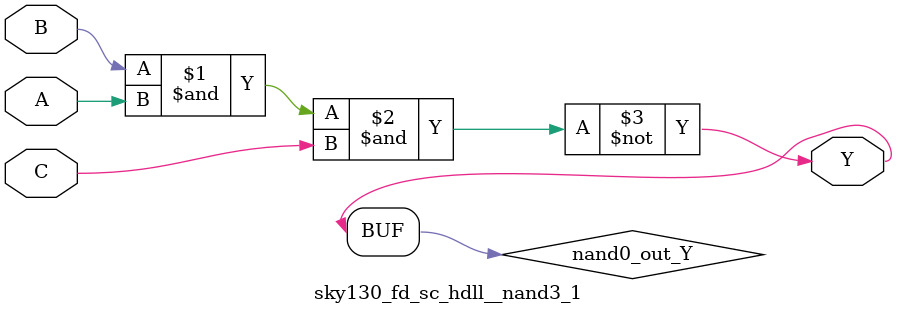
<source format=v>
/*
 * Copyright 2020 The SkyWater PDK Authors
 *
 * Licensed under the Apache License, Version 2.0 (the "License");
 * you may not use this file except in compliance with the License.
 * You may obtain a copy of the License at
 *
 *     https://www.apache.org/licenses/LICENSE-2.0
 *
 * Unless required by applicable law or agreed to in writing, software
 * distributed under the License is distributed on an "AS IS" BASIS,
 * WITHOUT WARRANTIES OR CONDITIONS OF ANY KIND, either express or implied.
 * See the License for the specific language governing permissions and
 * limitations under the License.
 *
 * SPDX-License-Identifier: Apache-2.0
*/


`ifndef SKY130_FD_SC_HDLL__NAND3_1_FUNCTIONAL_V
`define SKY130_FD_SC_HDLL__NAND3_1_FUNCTIONAL_V

/**
 * nand3: 3-input NAND.
 *
 * Verilog simulation functional model.
 */

`timescale 1ns / 1ps
`default_nettype none

`celldefine
module sky130_fd_sc_hdll__nand3_1 (
    Y,
    A,
    B,
    C
);

    // Module ports
    output Y;
    input  A;
    input  B;
    input  C;

    // Local signals
    wire nand0_out_Y;

    //   Name   Output       Other arguments
    nand nand0 (nand0_out_Y, B, A, C        );
    buf  buf0  (Y          , nand0_out_Y    );

endmodule
`endcelldefine

`default_nettype wire
`endif  // SKY130_FD_SC_HDLL__NAND3_1_FUNCTIONAL_V

</source>
